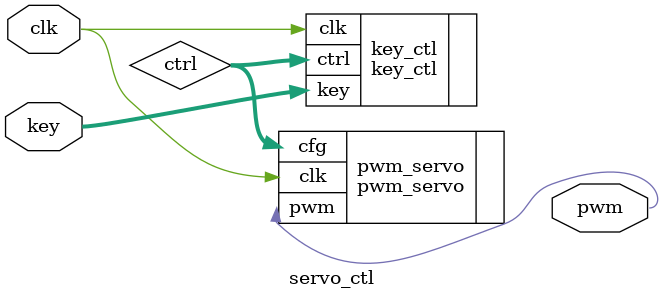
<source format=v>
`timescale 1ns / 1ps
`define UD #1

module servo_ctl(
    input       clk,
    input [1:0] key,
    
    output      pwm
);

   wire [7:0] ctrl;
   
   key_ctl key_ctl(
       .clk        (  clk   ),//input            clk,
       .key        (  key   ),//input            key,
                 
       .ctrl       (  ctrl  )//output     [1:0] ctrl
   );
   
   pwm_servo #(
       .CLK_FRE         (  24'd12_000_000  ),//parameter       CLK_FRE = 24'd12_000_000,                                              
       .PWM_CYCLE_TIME  (  4'd20           ) //parameter       PWM_CYCLE_TIME = 4'd3         // the time unit is 'ms'                 
   ) pwm_servo (                                                                                                             
       .clk             (  clk             ),//input       clk, // clock frequency is 12MHz.                                          
                                                                                                                           
       .cfg             (  ctrl            ),//input [7:0] cfg, // cfg[7]:1 forward 0:Reverse ,cfg[6:0] is the angle(0~90)            
                                                                                                                           
       .pwm             (  pwm             ) //output      pwm                                                                        
   );


endmodule

</source>
